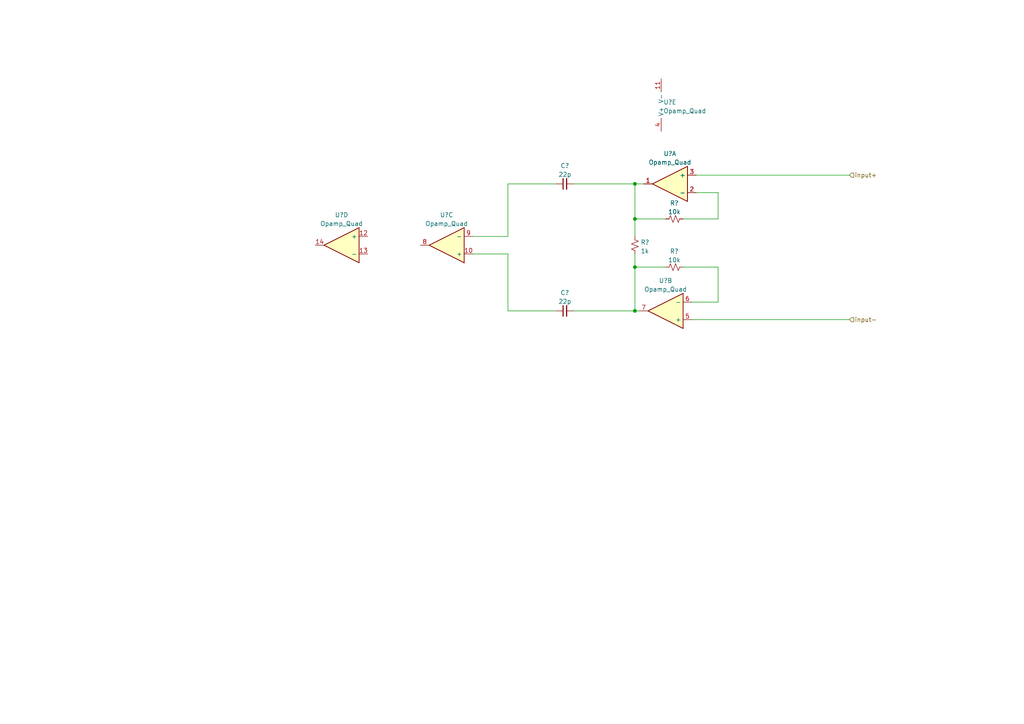
<source format=kicad_sch>
(kicad_sch (version 20211123) (generator eeschema)
  (paper "A4")
  (lib_symbols
    (symbol "Device:C_Small" (pin_numbers hide) (pin_names (offset 0.254) hide)
      (property "Reference" "C" (at 0.254 1.778 0))
      (property "Value" "C_Small" (at 0.254 -2.032 0))
      (symbol "C_Small_0_1"
        (polyline (pts (xy -1.524 -0.508) (xy 1.524 -0.508)) (stroke (width 0.3302)))
        (polyline (pts (xy -1.524 0.508) (xy 1.524 0.508)) (stroke (width 0.3048)))
      )
      (symbol "C_Small_1_1"
        (pin passive line (at 0 2.54 270) (length 2.032) (name "~") (number "1"))
        (pin passive line (at 0 -2.54 90) (length 2.032) (name "~") (number "2"))
      )
    )
    (symbol "Device:Opamp_Quad"
      (property "Reference" "U" (at 0 5.08 0))
      (property "Value" "Opamp_Quad" (at 0 -5.08 0))
      (symbol "Opamp_Quad_1_1"
        (polyline (pts (xy -5.08 5.08) (xy 5.08 0) (xy -5.08 -5.08) (xy -5.08 5.08)) (stroke (width 0.254)) (fill (type background)))
        (pin output line (at 7.62 0 180) (length 2.54) (name "~") (number "1"))
        (pin input line (at -7.62 -2.54 0) (length 2.54) (name "-") (number "2"))
        (pin input line (at -7.62 2.54 0) (length 2.54) (name "+") (number "3"))
      )
      (symbol "Opamp_Quad_2_1"
        (polyline (pts (xy -5.08 5.08) (xy 5.08 0) (xy -5.08 -5.08) (xy -5.08 5.08)) (stroke (width 0.254)) (fill (type background)))
        (pin input line (at -7.62 2.54 0) (length 2.54) (name "+") (number "5"))
        (pin input line (at -7.62 -2.54 0) (length 2.54) (name "-") (number "6"))
        (pin output line (at 7.62 0 180) (length 2.54) (name "~") (number "7"))
      )
      (symbol "Opamp_Quad_3_1"
        (polyline (pts (xy -5.08 5.08) (xy 5.08 0) (xy -5.08 -5.08) (xy -5.08 5.08)) (stroke (width 0.254)) (fill (type background)))
        (pin input line (at -7.62 2.54 0) (length 2.54) (name "+") (number "10"))
        (pin output line (at 7.62 0 180) (length 2.54) (name "~") (number "8"))
        (pin input line (at -7.62 -2.54 0) (length 2.54) (name "-") (number "9"))
      )
      (symbol "Opamp_Quad_4_1"
        (polyline (pts (xy -5.08 5.08) (xy 5.08 0) (xy -5.08 -5.08) (xy -5.08 5.08)) (stroke (width 0.254)) (fill (type background)))
        (pin input line (at -7.62 2.54 0) (length 2.54) (name "+") (number "12"))
        (pin input line (at -7.62 -2.54 0) (length 2.54) (name "-") (number "13"))
        (pin output line (at 7.62 0 180) (length 2.54) (name "~") (number "14"))
      )
      (symbol "Opamp_Quad_5_1"
        (pin power_in line (at -2.54 -7.62 90) (length 3.81) (name "V-") (number "11"))
        (pin power_in line (at -2.54 7.62 270) (length 3.81) (name "V+") (number "4"))
      )
    )
    (symbol "Device:R_Small_US" (pin_numbers hide) (pin_names (offset 0.254) hide)
      (property "Reference" "R" (at 0.762 0.508 0))
      (property "Value" "R_Small_US" (at 0.762 -1.016 0))
      (symbol "R_Small_US_1_1"
        (polyline (pts (xy 0 0) (xy 1.016 -0.381) (xy 0 -0.762) (xy -1.016 -1.143) (xy 0 -1.524)))
        (polyline (pts (xy 0 1.524) (xy 1.016 1.143) (xy 0 0.762) (xy -1.016 0.381) (xy 0 0)))
        (pin passive line (at 0 2.54 270) (length 1.016) (name "~") (number "1"))
        (pin passive line (at 0 -2.54 90) (length 1.016) (name "~") (number "2"))
      )
    )
  )
  (junction (at 184.15 90.17))
  (junction (at 184.15 53.34))
  (junction (at 184.15 63.5))
  (junction (at 184.15 77.47))
  (wire (pts (xy 208.28 77.47) (xy 208.28 87.63)))
  (wire (pts (xy 147.32 90.17) (xy 147.32 73.66)))
  (wire (pts (xy 184.15 73.66) (xy 184.15 77.47)))
  (wire (pts (xy 184.15 77.47) (xy 193.04 77.47)))
  (wire (pts (xy 201.93 55.88) (xy 208.28 55.88)))
  (wire (pts (xy 208.28 55.88) (xy 208.28 63.5)))
  (wire (pts (xy 201.93 50.8) (xy 246.38 50.8)))
  (wire (pts (xy 184.15 53.34) (xy 186.69 53.34)))
  (wire (pts (xy 147.32 73.66) (xy 137.16 73.66)))
  (wire (pts (xy 147.32 68.58) (xy 147.32 53.34)))
  (wire (pts (xy 166.37 53.34) (xy 184.15 53.34)))
  (wire (pts (xy 193.04 63.5) (xy 184.15 63.5)))
  (wire (pts (xy 184.15 63.5) (xy 184.15 53.34)))
  (wire (pts (xy 198.12 77.47) (xy 208.28 77.47)))
  (wire (pts (xy 147.32 53.34) (xy 161.29 53.34)))
  (wire (pts (xy 208.28 87.63) (xy 200.66 87.63)))
  (wire (pts (xy 137.16 68.58) (xy 147.32 68.58)))
  (wire (pts (xy 200.66 92.71) (xy 246.38 92.71)))
  (wire (pts (xy 208.28 63.5) (xy 198.12 63.5)))
  (wire (pts (xy 166.37 90.17) (xy 184.15 90.17)))
  (wire (pts (xy 147.32 90.17) (xy 161.29 90.17)))
  (wire (pts (xy 185.42 90.17) (xy 184.15 90.17)))
  (wire (pts (xy 184.15 63.5) (xy 184.15 68.58)))
  (wire (pts (xy 184.15 90.17) (xy 184.15 77.47)))
  (hierarchical_label "input-" (shape input) (at 246.38 92.71 0))
  (hierarchical_label "input+" (shape input) (at 246.38 50.8 0))
  (symbol (lib_id "Device:R_Small_US") (at 195.58 63.5 90) (unit 1)
    (property "Reference" "R?" (at 195.58 58.9112 90))
    (property "Value" "10k" (at 195.58 61.4481 90))
  )
  (symbol (lib_id "Device:C_Small") (at 163.83 90.17 90) (unit 1)
    (property "Reference" "C?" (at 163.8363 84.9081 90))
    (property "Value" "22p" (at 163.8363 87.445 90))
  )
  (symbol (lib_id "Device:Opamp_Quad") (at 189.23 30.48 180) (unit 5)
    (property "Reference" "U?" (at 192.405 29.6453 0) (effects (justify right)))
    (property "Value" "Opamp_Quad" (at 192.405 32.1822 0) (effects (justify right)))
  )
  (symbol (lib_id "Device:Opamp_Quad") (at 1036.32 57.15 180) (unit 5)
    (property "Reference" "U?" (at 1039.495 56.3153 0) (effects (justify right)))
    (property "Value" "Opamp_Quad" (at 1039.495 58.8522 0) (effects (justify right)))
  )
  (symbol (lib_id "Device:R_Small_US") (at 195.58 77.47 90) (unit 1)
    (property "Reference" "R?" (at 195.58 72.8812 90))
    (property "Value" "10k" (at 195.58 75.4181 90))
  )
  (symbol (lib_id "Device:Opamp_Quad") (at 129.54 71.12 180) (unit 3)
    (property "Reference" "U?" (at 129.54 62.3402 0))
    (property "Value" "Opamp_Quad" (at 129.54 64.8771 0))
  )
  (symbol (lib_id "Device:C_Small") (at 163.83 53.34 90) (unit 1)
    (property "Reference" "C?" (at 163.8363 48.0781 90))
    (property "Value" "22p" (at 163.8363 50.615 90))
  )
  (symbol (lib_id "Device:Opamp_Quad") (at 99.06 71.12 0) (mirror y) (unit 4)
    (property "Reference" "U?" (at 99.06 62.3402 0))
    (property "Value" "Opamp_Quad" (at 99.06 64.8771 0))
  )
  (symbol (lib_id "Device:R_Small_US") (at 184.15 71.12 0) (unit 1)
    (property "Reference" "R?" (at 185.801 70.2853 0) (effects (justify left)))
    (property "Value" "1k" (at 185.801 72.8222 0) (effects (justify left)))
  )
  (symbol (lib_id "Device:Opamp_Quad") (at 193.04 90.17 180) (unit 2)
    (property "Reference" "U?" (at 193.04 81.3902 0))
    (property "Value" "Opamp_Quad" (at 193.04 83.9271 0))
  )
  (symbol (lib_id "Device:Opamp_Quad") (at 194.31 53.34 0) (mirror y) (unit 1)
    (property "Reference" "U?" (at 194.31 44.5602 0))
    (property "Value" "Opamp_Quad" (at 194.31 47.0971 0))
  )
)
</source>
